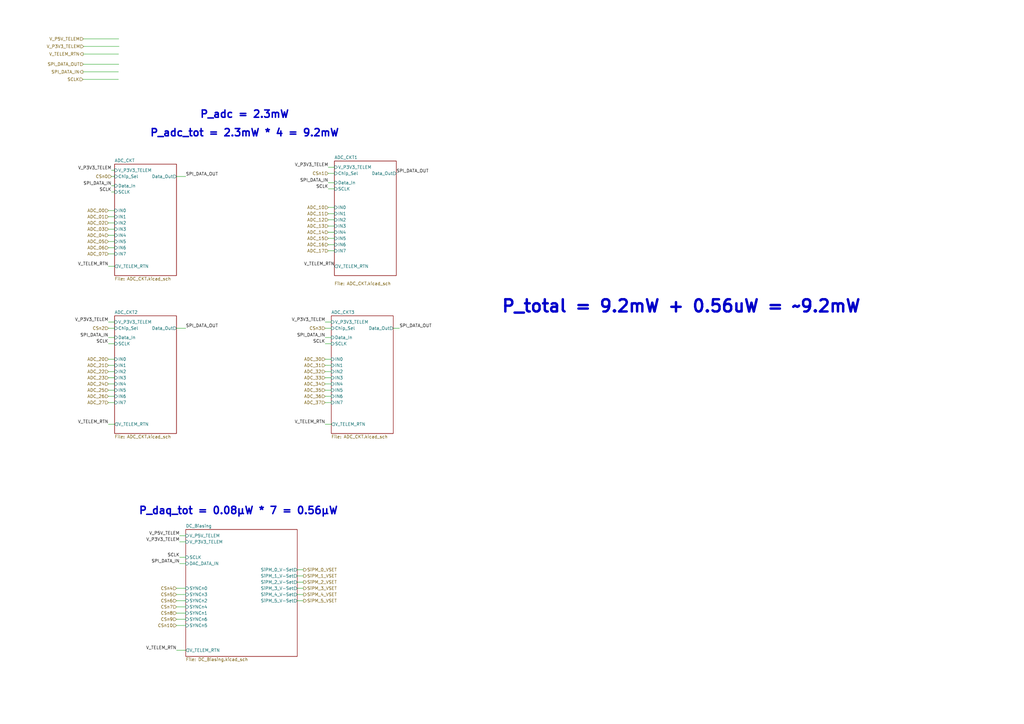
<source format=kicad_sch>
(kicad_sch
	(version 20250114)
	(generator "eeschema")
	(generator_version "9.0")
	(uuid "64f10b76-9bcc-4c67-ac4a-1c1ac43b778a")
	(paper "A3")
	(lib_symbols)
	(text "P_adc_tot = 2.3mW * 4 = 9.2mW"
		(exclude_from_sim no)
		(at 100.33 54.61 0)
		(effects
			(font
				(size 3 3)
				(thickness 0.6)
				(bold yes)
			)
		)
		(uuid "734ec32e-978c-480f-a10b-36ac46d1b11b")
	)
	(text "P_adc = 2.3mW"
		(exclude_from_sim no)
		(at 100.33 46.99 0)
		(effects
			(font
				(size 3 3)
				(thickness 0.6)
				(bold yes)
			)
		)
		(uuid "e150039a-1ba3-432c-9ecf-ba177cbce29c")
	)
	(text "P_total = 9.2mW + 0.56uW = ~9.2mW"
		(exclude_from_sim no)
		(at 279.4 125.73 0)
		(effects
			(font
				(size 5 5)
				(thickness 1)
				(bold yes)
			)
		)
		(uuid "f5c98b79-64e2-45bd-a624-5feb9b8834db")
	)
	(text "P_daq_tot = 0.08µW * 7 = 0.56µW"
		(exclude_from_sim no)
		(at 97.79 209.55 0)
		(effects
			(font
				(size 3 3)
				(thickness 0.6)
				(bold yes)
			)
		)
		(uuid "f7ac0e07-e9cd-4db1-ae0b-c826ca64d61e")
	)
	(wire
		(pts
			(xy 44.45 162.56) (xy 46.99 162.56)
		)
		(stroke
			(width 0)
			(type default)
		)
		(uuid "01e4db4d-4bed-42d2-8678-4b3fcd81f9f2")
	)
	(wire
		(pts
			(xy 73.66 231.14) (xy 76.2 231.14)
		)
		(stroke
			(width 0)
			(type default)
		)
		(uuid "07a96d9f-e8a5-4497-aaf4-567e3e79776f")
	)
	(wire
		(pts
			(xy 134.62 68.58) (xy 137.16 68.58)
		)
		(stroke
			(width 0)
			(type default)
		)
		(uuid "0abadf71-71f3-4a41-a756-85cee4c162fd")
	)
	(wire
		(pts
			(xy 44.45 93.98) (xy 46.99 93.98)
		)
		(stroke
			(width 0)
			(type default)
		)
		(uuid "0c84ec26-c136-40d2-883a-a77a66936186")
	)
	(wire
		(pts
			(xy 45.72 78.74) (xy 46.99 78.74)
		)
		(stroke
			(width 0)
			(type default)
		)
		(uuid "0cda86f8-62c2-43c2-8030-577c72db70f0")
	)
	(wire
		(pts
			(xy 44.45 165.1) (xy 46.99 165.1)
		)
		(stroke
			(width 0)
			(type default)
		)
		(uuid "16590fff-2d50-4b75-b308-c4ca03a58ebd")
	)
	(wire
		(pts
			(xy 72.39 134.62) (xy 76.2 134.62)
		)
		(stroke
			(width 0)
			(type default)
		)
		(uuid "1be038e4-445b-4756-ab5b-fd871140e0ec")
	)
	(wire
		(pts
			(xy 45.72 72.39) (xy 46.99 72.39)
		)
		(stroke
			(width 0)
			(type default)
		)
		(uuid "1e70c393-155f-4384-ab6e-d91ce537cfb0")
	)
	(wire
		(pts
			(xy 72.39 256.54) (xy 76.2 256.54)
		)
		(stroke
			(width 0)
			(type default)
		)
		(uuid "27f19dc3-0426-4a6e-bd59-cb409c729f58")
	)
	(wire
		(pts
			(xy 133.35 138.43) (xy 135.89 138.43)
		)
		(stroke
			(width 0)
			(type default)
		)
		(uuid "284b6583-8612-467c-8af4-378f8823d3ca")
	)
	(wire
		(pts
			(xy 44.45 147.32) (xy 46.99 147.32)
		)
		(stroke
			(width 0)
			(type default)
		)
		(uuid "2921c8d6-a71f-43fd-a746-54a9dc155c4b")
	)
	(wire
		(pts
			(xy 72.39 266.7) (xy 76.2 266.7)
		)
		(stroke
			(width 0)
			(type default)
		)
		(uuid "36b7bbab-6f64-4ad4-884b-58c01dee68b5")
	)
	(wire
		(pts
			(xy 44.45 152.4) (xy 46.99 152.4)
		)
		(stroke
			(width 0)
			(type default)
		)
		(uuid "3c51a1ac-cbc4-47a7-81d6-33995b9f19f6")
	)
	(wire
		(pts
			(xy 34.1925 15.9637) (xy 48.717 15.9637)
		)
		(stroke
			(width 0)
			(type default)
		)
		(uuid "3f855eb2-178b-4a8a-ad15-49f93cda2a3c")
	)
	(wire
		(pts
			(xy 72.39 246.38) (xy 76.2 246.38)
		)
		(stroke
			(width 0)
			(type default)
		)
		(uuid "408b9a4d-c6f0-4486-aca7-5bf8f8fdf5e5")
	)
	(wire
		(pts
			(xy 134.62 97.79) (xy 137.16 97.79)
		)
		(stroke
			(width 0)
			(type default)
		)
		(uuid "4119c3ae-94bc-4f85-96a3-6ecba3332376")
	)
	(wire
		(pts
			(xy 133.35 132.08) (xy 135.89 132.08)
		)
		(stroke
			(width 0)
			(type default)
		)
		(uuid "436c7474-23d2-4ecd-a004-9c6ea95b3ed7")
	)
	(wire
		(pts
			(xy 121.92 246.38) (xy 124.46 246.38)
		)
		(stroke
			(width 0)
			(type default)
		)
		(uuid "43c215b4-0084-4970-87e6-4918f70ec53c")
	)
	(wire
		(pts
			(xy 44.45 134.62) (xy 46.99 134.62)
		)
		(stroke
			(width 0)
			(type default)
		)
		(uuid "44d13086-589b-490b-ae30-8c4e56b4abce")
	)
	(wire
		(pts
			(xy 134.62 92.71) (xy 137.16 92.71)
		)
		(stroke
			(width 0)
			(type default)
		)
		(uuid "469dda0a-870b-403d-af0c-a3da8e08ab72")
	)
	(wire
		(pts
			(xy 44.45 86.36) (xy 46.99 86.36)
		)
		(stroke
			(width 0)
			(type default)
		)
		(uuid "4712967d-b9b0-4ec2-9218-494ff3e90e81")
	)
	(wire
		(pts
			(xy 121.92 233.68) (xy 124.46 233.68)
		)
		(stroke
			(width 0)
			(type default)
		)
		(uuid "47f399f8-0e5d-4f4a-bd6a-8d09e3d019ae")
	)
	(wire
		(pts
			(xy 121.92 243.84) (xy 124.46 243.84)
		)
		(stroke
			(width 0)
			(type default)
		)
		(uuid "4e362216-f6d0-400a-95d8-473f15188c1d")
	)
	(wire
		(pts
			(xy 134.62 71.12) (xy 137.16 71.12)
		)
		(stroke
			(width 0)
			(type default)
		)
		(uuid "4e70f246-7e72-4a6c-a2cf-c2a492295216")
	)
	(wire
		(pts
			(xy 73.66 219.71) (xy 76.2 219.71)
		)
		(stroke
			(width 0)
			(type default)
		)
		(uuid "5ba7c739-5eaa-4f4c-9d54-9ec0c35f6e79")
	)
	(wire
		(pts
			(xy 121.92 236.22) (xy 124.46 236.22)
		)
		(stroke
			(width 0)
			(type default)
		)
		(uuid "5c2dc962-db68-4f4c-a527-cf2af051d5d0")
	)
	(wire
		(pts
			(xy 34.0888 22.1701) (xy 48.645 22.1701)
		)
		(stroke
			(width 0)
			(type default)
		)
		(uuid "621e0e24-54dc-4bb8-9959-2b53b6a780b6")
	)
	(wire
		(pts
			(xy 44.45 140.97) (xy 46.99 140.97)
		)
		(stroke
			(width 0)
			(type default)
		)
		(uuid "68281443-ed1a-408e-a24b-0a060bf5768f")
	)
	(wire
		(pts
			(xy 134.62 95.25) (xy 137.16 95.25)
		)
		(stroke
			(width 0)
			(type default)
		)
		(uuid "697e42f8-724f-4602-8f62-f3a59c0c1f57")
	)
	(wire
		(pts
			(xy 44.45 91.44) (xy 46.99 91.44)
		)
		(stroke
			(width 0)
			(type default)
		)
		(uuid "6aeae13e-94ec-41fe-805c-97a741b36a5a")
	)
	(wire
		(pts
			(xy 121.92 241.3) (xy 124.46 241.3)
		)
		(stroke
			(width 0)
			(type default)
		)
		(uuid "6eb5d288-3805-455a-836e-7409a34d5c81")
	)
	(wire
		(pts
			(xy 45.72 69.85) (xy 46.99 69.85)
		)
		(stroke
			(width 0)
			(type default)
		)
		(uuid "716ec03b-3798-4011-84d2-799d2cc5dc38")
	)
	(wire
		(pts
			(xy 134.62 102.87) (xy 137.16 102.87)
		)
		(stroke
			(width 0)
			(type default)
		)
		(uuid "77c2ada2-b037-46b9-9772-ad86e3147c4a")
	)
	(wire
		(pts
			(xy 134.62 85.09) (xy 137.16 85.09)
		)
		(stroke
			(width 0)
			(type default)
		)
		(uuid "79c59618-c256-4911-adf2-f812f8ed51e7")
	)
	(wire
		(pts
			(xy 73.66 228.6) (xy 76.2 228.6)
		)
		(stroke
			(width 0)
			(type default)
		)
		(uuid "7b92baac-7df2-4327-8595-0943a664bb0a")
	)
	(wire
		(pts
			(xy 121.92 238.76) (xy 124.46 238.76)
		)
		(stroke
			(width 0)
			(type default)
		)
		(uuid "7d323d89-4e96-4698-b8e1-8b40eb9fb96d")
	)
	(wire
		(pts
			(xy 44.45 173.99) (xy 46.99 173.99)
		)
		(stroke
			(width 0)
			(type default)
		)
		(uuid "7e4889fd-f347-4cd7-8f8e-19f96070d553")
	)
	(wire
		(pts
			(xy 44.45 109.22) (xy 46.99 109.22)
		)
		(stroke
			(width 0)
			(type default)
		)
		(uuid "82ca2f3d-e640-4d68-9c8c-9dde9d2c806f")
	)
	(wire
		(pts
			(xy 133.35 154.94) (xy 135.89 154.94)
		)
		(stroke
			(width 0)
			(type default)
		)
		(uuid "84c9dfe9-6c3a-4756-ae12-9a785298dfdf")
	)
	(wire
		(pts
			(xy 44.45 138.43) (xy 46.99 138.43)
		)
		(stroke
			(width 0)
			(type default)
		)
		(uuid "8b6d990a-8a5b-40f0-bcd3-38cbf123e422")
	)
	(wire
		(pts
			(xy 134.62 77.47) (xy 137.16 77.47)
		)
		(stroke
			(width 0)
			(type default)
		)
		(uuid "918814ac-5af9-4114-928a-7eb064c1c2df")
	)
	(wire
		(pts
			(xy 44.45 160.02) (xy 46.99 160.02)
		)
		(stroke
			(width 0)
			(type default)
		)
		(uuid "9ae9acc9-0777-4c74-901d-18837e54fc28")
	)
	(wire
		(pts
			(xy 34.0264 29.4859) (xy 48.5826 29.4859)
		)
		(stroke
			(width 0)
			(type default)
		)
		(uuid "a4fd9322-f501-4095-aa5f-2e349f3218ae")
	)
	(wire
		(pts
			(xy 44.45 132.08) (xy 46.99 132.08)
		)
		(stroke
			(width 0)
			(type default)
		)
		(uuid "a7554deb-3aac-4cb6-9cd9-109a8155d5f8")
	)
	(wire
		(pts
			(xy 44.45 149.86) (xy 46.99 149.86)
		)
		(stroke
			(width 0)
			(type default)
		)
		(uuid "a77a20ea-f9cd-4382-b22f-295aabb33b41")
	)
	(wire
		(pts
			(xy 34.0264 32.5675) (xy 48.5826 32.5675)
		)
		(stroke
			(width 0)
			(type default)
		)
		(uuid "a9db7689-4a68-437f-a298-48a091a33a4e")
	)
	(wire
		(pts
			(xy 34.29 19.05) (xy 48.8462 19.05)
		)
		(stroke
			(width 0)
			(type default)
		)
		(uuid "b1a08e45-bb0f-41d4-8ecd-391b7058ce1b")
	)
	(wire
		(pts
			(xy 72.39 241.3) (xy 76.2 241.3)
		)
		(stroke
			(width 0)
			(type default)
		)
		(uuid "b1c246f9-81d0-40c8-8d2c-e67c6712edc4")
	)
	(wire
		(pts
			(xy 72.39 251.46) (xy 76.2 251.46)
		)
		(stroke
			(width 0)
			(type default)
		)
		(uuid "b815755a-c7ef-440b-bd42-8d92478ad5ff")
	)
	(wire
		(pts
			(xy 133.35 173.99) (xy 135.89 173.99)
		)
		(stroke
			(width 0)
			(type default)
		)
		(uuid "b822ec88-87c3-4241-a5f2-c8bcfa9af171")
	)
	(wire
		(pts
			(xy 45.72 76.2) (xy 46.99 76.2)
		)
		(stroke
			(width 0)
			(type default)
		)
		(uuid "b82416e4-675d-41ba-9ce5-e1fd19988faa")
	)
	(wire
		(pts
			(xy 34.1805 26.3273) (xy 48.7367 26.3273)
		)
		(stroke
			(width 0)
			(type default)
		)
		(uuid "b9e2953d-d2bb-4715-b2dc-7a0f4e763ce2")
	)
	(wire
		(pts
			(xy 44.45 157.48) (xy 46.99 157.48)
		)
		(stroke
			(width 0)
			(type default)
		)
		(uuid "bc02788b-ecde-4843-bf86-f5c8ef54120d")
	)
	(wire
		(pts
			(xy 72.39 248.92) (xy 76.2 248.92)
		)
		(stroke
			(width 0)
			(type default)
		)
		(uuid "bcda6c12-5e97-4646-88ba-84e5b7ab7df6")
	)
	(wire
		(pts
			(xy 133.35 165.1) (xy 135.89 165.1)
		)
		(stroke
			(width 0)
			(type default)
		)
		(uuid "c4ef1199-6c39-4146-bdef-853cf6ed0fd7")
	)
	(wire
		(pts
			(xy 44.45 96.52) (xy 46.99 96.52)
		)
		(stroke
			(width 0)
			(type default)
		)
		(uuid "c53d0b98-2474-4052-b912-5e431239cfa3")
	)
	(wire
		(pts
			(xy 72.39 72.39) (xy 76.2 72.39)
		)
		(stroke
			(width 0)
			(type default)
		)
		(uuid "c9d2d56a-5f69-4499-9864-1cd1ed02d700")
	)
	(wire
		(pts
			(xy 44.45 101.6) (xy 46.99 101.6)
		)
		(stroke
			(width 0)
			(type default)
		)
		(uuid "cbad6519-1f1b-418f-9689-d458b919e85c")
	)
	(wire
		(pts
			(xy 133.35 157.48) (xy 135.89 157.48)
		)
		(stroke
			(width 0)
			(type default)
		)
		(uuid "cd36ebc5-5cfa-468f-ae89-e0688a7fe1a3")
	)
	(wire
		(pts
			(xy 133.35 152.4) (xy 135.89 152.4)
		)
		(stroke
			(width 0)
			(type default)
		)
		(uuid "cd9fef0a-1820-47b0-8d60-b65d09590f45")
	)
	(wire
		(pts
			(xy 44.45 99.06) (xy 46.99 99.06)
		)
		(stroke
			(width 0)
			(type default)
		)
		(uuid "cf1d23a1-f0f5-451f-8209-578e38b6b955")
	)
	(wire
		(pts
			(xy 134.62 74.93) (xy 137.16 74.93)
		)
		(stroke
			(width 0)
			(type default)
		)
		(uuid "cf48016e-48c2-4a92-8824-fee9eda8bbcd")
	)
	(wire
		(pts
			(xy 72.39 243.84) (xy 76.2 243.84)
		)
		(stroke
			(width 0)
			(type default)
		)
		(uuid "d5e98b02-a83d-402f-8e5d-244996c9db69")
	)
	(wire
		(pts
			(xy 72.39 254) (xy 76.2 254)
		)
		(stroke
			(width 0)
			(type default)
		)
		(uuid "d88561e9-c7ef-4b81-8868-3b6bde0250d3")
	)
	(wire
		(pts
			(xy 133.35 140.97) (xy 135.89 140.97)
		)
		(stroke
			(width 0)
			(type default)
		)
		(uuid "d8bd1daa-42cd-4b8d-9e17-9aa2f5aa01ce")
	)
	(wire
		(pts
			(xy 134.62 90.17) (xy 137.16 90.17)
		)
		(stroke
			(width 0)
			(type default)
		)
		(uuid "dd97cb41-8ade-4c38-ab30-72ca784f75af")
	)
	(wire
		(pts
			(xy 133.35 147.32) (xy 135.89 147.32)
		)
		(stroke
			(width 0)
			(type default)
		)
		(uuid "decedaf8-abdb-4edb-aeb5-2c56062e8e3e")
	)
	(wire
		(pts
			(xy 44.45 88.9) (xy 46.99 88.9)
		)
		(stroke
			(width 0)
			(type default)
		)
		(uuid "df0ddda5-8245-4116-8c31-6019d507a3bd")
	)
	(wire
		(pts
			(xy 161.29 134.62) (xy 163.83 134.62)
		)
		(stroke
			(width 0)
			(type default)
		)
		(uuid "e2d2199b-ec5c-4d39-8ca7-2e49f1fdd3f2")
	)
	(wire
		(pts
			(xy 133.35 149.86) (xy 135.89 149.86)
		)
		(stroke
			(width 0)
			(type default)
		)
		(uuid "ebd9e626-a83b-4877-b71f-b0a4a20bd657")
	)
	(wire
		(pts
			(xy 133.35 162.56) (xy 135.89 162.56)
		)
		(stroke
			(width 0)
			(type default)
		)
		(uuid "ed1796d1-3606-43ab-bb89-8e1e905f016d")
	)
	(wire
		(pts
			(xy 133.35 160.02) (xy 135.89 160.02)
		)
		(stroke
			(width 0)
			(type default)
		)
		(uuid "eec69f57-7655-4dab-a181-d67a87435377")
	)
	(wire
		(pts
			(xy 133.35 134.62) (xy 135.89 134.62)
		)
		(stroke
			(width 0)
			(type default)
		)
		(uuid "f0589ed9-877f-4510-8dce-a8b3170e6c55")
	)
	(wire
		(pts
			(xy 134.62 87.63) (xy 137.16 87.63)
		)
		(stroke
			(width 0)
			(type default)
		)
		(uuid "fa469e75-0edf-4892-ac3e-782e32d6d1ce")
	)
	(wire
		(pts
			(xy 44.45 154.94) (xy 46.99 154.94)
		)
		(stroke
			(width 0)
			(type default)
		)
		(uuid "fd5eab4a-8955-4486-bbde-8919b9d8b9e4")
	)
	(wire
		(pts
			(xy 73.66 222.25) (xy 76.2 222.25)
		)
		(stroke
			(width 0)
			(type default)
		)
		(uuid "feaf64b3-0142-47a6-bb4b-90d963c8cc48")
	)
	(wire
		(pts
			(xy 134.62 100.33) (xy 137.16 100.33)
		)
		(stroke
			(width 0)
			(type default)
		)
		(uuid "feb10dd1-c662-4c5e-9f14-00fc5f8bf36d")
	)
	(wire
		(pts
			(xy 44.45 104.14) (xy 46.99 104.14)
		)
		(stroke
			(width 0)
			(type default)
		)
		(uuid "ffcaaa13-63bc-4099-ae1a-51c7fa278480")
	)
	(label "SPI_DATA_IN"
		(at 45.72 76.2 180)
		(effects
			(font
				(size 1.27 1.27)
			)
			(justify right bottom)
		)
		(uuid "00d791f2-1c2a-44e3-ac04-c17c63e4f607")
	)
	(label "SCLK"
		(at 45.72 78.74 180)
		(effects
			(font
				(size 1.27 1.27)
			)
			(justify right bottom)
		)
		(uuid "018c5ace-267d-41d4-a5a7-2ba3d0b0db23")
	)
	(label "SPI_DATA_OUT"
		(at 76.2 72.39 0)
		(effects
			(font
				(size 1.27 1.27)
			)
			(justify left bottom)
		)
		(uuid "0556c26d-612c-465f-916d-31a8f51bcbc7")
	)
	(label "SPI_DATA_OUT"
		(at 163.83 134.62 0)
		(effects
			(font
				(size 1.27 1.27)
			)
			(justify left bottom)
		)
		(uuid "18f948b6-f95a-49d4-8890-b829a8e86d1e")
	)
	(label "V_P3V3_TELEM"
		(at 45.72 69.85 180)
		(effects
			(font
				(size 1.27 1.27)
			)
			(justify right bottom)
		)
		(uuid "1a283480-e6bf-402e-ac49-13bfc567157c")
	)
	(label "SPI_DATA_OUT"
		(at 162.56 71.12 0)
		(effects
			(font
				(size 1.27 1.27)
			)
			(justify left bottom)
		)
		(uuid "2241af02-631c-4266-a42f-84b6c1fbdd69")
	)
	(label "V_TELEM_RTN"
		(at 133.35 173.99 180)
		(effects
			(font
				(size 1.27 1.27)
			)
			(justify right bottom)
		)
		(uuid "248dd864-d8e9-4871-8c3c-ababcc7f75bd")
	)
	(label "V_TELEM_RTN"
		(at 44.45 109.22 180)
		(effects
			(font
				(size 1.27 1.27)
			)
			(justify right bottom)
		)
		(uuid "32aeb696-14bf-4f27-8b19-116a56ff0a79")
	)
	(label "V_P3V3_TELEM"
		(at 73.66 222.25 180)
		(effects
			(font
				(size 1.27 1.27)
			)
			(justify right bottom)
		)
		(uuid "399b112c-9b4f-43f7-b408-bc4f43b94875")
	)
	(label "SCLK"
		(at 73.66 228.6 180)
		(effects
			(font
				(size 1.27 1.27)
			)
			(justify right bottom)
		)
		(uuid "3a4252dd-33f3-4dd1-a347-31c34bb78e4d")
	)
	(label "V_TELEM_RTN"
		(at 72.39 266.7 180)
		(effects
			(font
				(size 1.27 1.27)
			)
			(justify right bottom)
		)
		(uuid "4b5b2620-7f37-4e9d-a540-a2ff0df79181")
	)
	(label "SPI_DATA_IN"
		(at 44.45 138.43 180)
		(effects
			(font
				(size 1.27 1.27)
			)
			(justify right bottom)
		)
		(uuid "50b03f21-bc97-4945-8194-3bf485a222e3")
	)
	(label "V_P5V_TELEM"
		(at 73.66 219.71 180)
		(effects
			(font
				(size 1.27 1.27)
			)
			(justify right bottom)
		)
		(uuid "5226b0fa-3d32-4146-8138-c42059a976a1")
	)
	(label "SCLK"
		(at 134.62 77.47 180)
		(effects
			(font
				(size 1.27 1.27)
			)
			(justify right bottom)
		)
		(uuid "68f8b6be-c605-408d-96fa-5357b05231b9")
	)
	(label "V_P3V3_TELEM"
		(at 133.35 132.08 180)
		(effects
			(font
				(size 1.27 1.27)
			)
			(justify right bottom)
		)
		(uuid "824e8f0a-b24a-42d9-8652-570c2646eb6a")
	)
	(label "SCLK"
		(at 133.35 140.97 180)
		(effects
			(font
				(size 1.27 1.27)
			)
			(justify right bottom)
		)
		(uuid "82d50956-05cc-4b84-bc5a-658892471033")
	)
	(label "V_TELEM_RTN"
		(at 137.16 109.22 180)
		(effects
			(font
				(size 1.27 1.27)
			)
			(justify right bottom)
		)
		(uuid "89417653-eab2-4beb-a8f5-068f25322e9e")
	)
	(label "V_P3V3_TELEM"
		(at 134.62 68.58 180)
		(effects
			(font
				(size 1.27 1.27)
			)
			(justify right bottom)
		)
		(uuid "a0900c11-df06-40af-b9cd-42a4f6482a37")
	)
	(label "SPI_DATA_OUT"
		(at 76.2 134.62 0)
		(effects
			(font
				(size 1.27 1.27)
			)
			(justify left bottom)
		)
		(uuid "a89319bf-efd1-4231-b391-0064bc4e3173")
	)
	(label "V_TELEM_RTN"
		(at 44.45 173.99 180)
		(effects
			(font
				(size 1.27 1.27)
			)
			(justify right bottom)
		)
		(uuid "c1258667-b557-4326-9864-535a30cf2c7b")
	)
	(label "SPI_DATA_IN"
		(at 73.66 231.14 180)
		(effects
			(font
				(size 1.27 1.27)
			)
			(justify right bottom)
		)
		(uuid "c1e3d0e6-a7b2-446c-aa9d-c17cfc2f7eeb")
	)
	(label "V_P3V3_TELEM"
		(at 44.45 132.08 180)
		(effects
			(font
				(size 1.27 1.27)
			)
			(justify right bottom)
		)
		(uuid "c493e97e-703d-4e7c-8b1e-a89de1a3e1f7")
	)
	(label "SPI_DATA_IN"
		(at 134.62 74.93 180)
		(effects
			(font
				(size 1.27 1.27)
			)
			(justify right bottom)
		)
		(uuid "e7798eec-6125-4a2e-8efd-e148ddbffa09")
	)
	(label "SPI_DATA_IN"
		(at 133.35 138.43 180)
		(effects
			(font
				(size 1.27 1.27)
			)
			(justify right bottom)
		)
		(uuid "f849f2dc-4f73-4f59-b7e3-9731fb11140b")
	)
	(label "SCLK"
		(at 44.45 140.97 180)
		(effects
			(font
				(size 1.27 1.27)
			)
			(justify right bottom)
		)
		(uuid "fae9fef5-f85d-44f7-b266-4843d971be99")
	)
	(hierarchical_label "ADC_01"
		(shape input)
		(at 44.45 88.9 180)
		(effects
			(font
				(size 1.27 1.27)
			)
			(justify right)
		)
		(uuid "0120d2c7-1433-4e8f-88c9-ea0921190e7b")
	)
	(hierarchical_label "ADC_07"
		(shape input)
		(at 44.45 104.14 180)
		(effects
			(font
				(size 1.27 1.27)
			)
			(justify right)
		)
		(uuid "0231afd2-fe97-41a9-afcb-0c95ea985d58")
	)
	(hierarchical_label "SiPM_3_VSET"
		(shape output)
		(at 124.46 241.3 0)
		(effects
			(font
				(size 1.27 1.27)
			)
			(justify left)
		)
		(uuid "075085dc-6bf4-43d8-b2c8-c1ae80065499")
	)
	(hierarchical_label "ADC_21"
		(shape input)
		(at 44.45 149.86 180)
		(effects
			(font
				(size 1.27 1.27)
			)
			(justify right)
		)
		(uuid "07a22067-ddd9-4367-ab45-fe9549830d7e")
	)
	(hierarchical_label "ADC_35"
		(shape input)
		(at 133.35 160.02 180)
		(effects
			(font
				(size 1.27 1.27)
			)
			(justify right)
		)
		(uuid "0ca0e1d7-2bbe-40aa-aeb9-3c4aa4afaffa")
	)
	(hierarchical_label "CSn9"
		(shape input)
		(at 72.39 254 180)
		(effects
			(font
				(size 1.27 1.27)
			)
			(justify right)
		)
		(uuid "0d27d728-12b0-446a-8ae6-4ea725e09a14")
	)
	(hierarchical_label "ADC_03"
		(shape input)
		(at 44.45 93.98 180)
		(effects
			(font
				(size 1.27 1.27)
			)
			(justify right)
		)
		(uuid "1219ab34-c15e-409a-8245-26b41cae253d")
	)
	(hierarchical_label "ADC_17"
		(shape input)
		(at 134.62 102.87 180)
		(effects
			(font
				(size 1.27 1.27)
			)
			(justify right)
		)
		(uuid "12633a4e-6dbc-4038-b6fa-39ff3db23c9a")
	)
	(hierarchical_label "ADC_20"
		(shape input)
		(at 44.45 147.32 180)
		(effects
			(font
				(size 1.27 1.27)
			)
			(justify right)
		)
		(uuid "1f906082-22a0-4205-a748-406f023b7975")
	)
	(hierarchical_label "ADC_32"
		(shape input)
		(at 133.35 152.4 180)
		(effects
			(font
				(size 1.27 1.27)
			)
			(justify right)
		)
		(uuid "1ffbf7f4-3010-4501-803f-28eda95cb53d")
	)
	(hierarchical_label "SiPM_0_VSET"
		(shape output)
		(at 124.46 233.68 0)
		(effects
			(font
				(size 1.27 1.27)
			)
			(justify left)
		)
		(uuid "22835b85-a39f-452f-aef0-a33f6e0f61c1")
	)
	(hierarchical_label "ADC_10"
		(shape input)
		(at 134.62 85.09 180)
		(effects
			(font
				(size 1.27 1.27)
			)
			(justify right)
		)
		(uuid "22d920c7-3022-48d0-9644-4e463297cd21")
	)
	(hierarchical_label "V_TELEM_RTN"
		(shape output)
		(at 34.0888 22.1701 180)
		(effects
			(font
				(size 1.27 1.27)
			)
			(justify right)
		)
		(uuid "25e1ca94-5ea0-4e36-bb17-8236840e8c24")
	)
	(hierarchical_label "ADC_37"
		(shape input)
		(at 133.35 165.1 180)
		(effects
			(font
				(size 1.27 1.27)
			)
			(justify right)
		)
		(uuid "2b85526a-d9b4-46ae-9500-bf8b5d94182c")
	)
	(hierarchical_label "ADC_31"
		(shape input)
		(at 133.35 149.86 180)
		(effects
			(font
				(size 1.27 1.27)
			)
			(justify right)
		)
		(uuid "34804d2c-9cf9-4c08-bb22-cc01ea56f4d7")
	)
	(hierarchical_label "V_P5V_TELEM"
		(shape input)
		(at 34.1925 15.9637 180)
		(effects
			(font
				(size 1.27 1.27)
			)
			(justify right)
		)
		(uuid "3ab44d70-38d2-4eaa-b0ef-8a26f35c345c")
	)
	(hierarchical_label "SPI_DATA_OUT"
		(shape input)
		(at 34.1805 26.3273 180)
		(effects
			(font
				(size 1.27 1.27)
			)
			(justify right)
		)
		(uuid "3bf6899e-90ea-42c8-9c01-7a06a669d229")
	)
	(hierarchical_label "ADC_06"
		(shape input)
		(at 44.45 101.6 180)
		(effects
			(font
				(size 1.27 1.27)
			)
			(justify right)
		)
		(uuid "43e8e41a-9ff2-489e-acfb-b11793109d31")
	)
	(hierarchical_label "ADC_23"
		(shape input)
		(at 44.45 154.94 180)
		(effects
			(font
				(size 1.27 1.27)
			)
			(justify right)
		)
		(uuid "52e66e9e-4006-4a9d-8f33-d9db56acf964")
	)
	(hierarchical_label "ADC_30"
		(shape input)
		(at 133.35 147.32 180)
		(effects
			(font
				(size 1.27 1.27)
			)
			(justify right)
		)
		(uuid "546f3036-37b7-4348-991a-1a9b64d73440")
	)
	(hierarchical_label "ADC_11"
		(shape input)
		(at 134.62 87.63 180)
		(effects
			(font
				(size 1.27 1.27)
			)
			(justify right)
		)
		(uuid "59cacbba-7507-4e62-a87b-5fbb1c94c844")
	)
	(hierarchical_label "CSn7"
		(shape input)
		(at 72.39 248.92 180)
		(effects
			(font
				(size 1.27 1.27)
			)
			(justify right)
		)
		(uuid "6355cc19-9607-4e0c-af02-fcb108e4b7bd")
	)
	(hierarchical_label "ADC_15"
		(shape input)
		(at 134.62 97.79 180)
		(effects
			(font
				(size 1.27 1.27)
			)
			(justify right)
		)
		(uuid "64643052-4818-486f-9cf9-738ed0ec3080")
	)
	(hierarchical_label "ADC_26"
		(shape input)
		(at 44.45 162.56 180)
		(effects
			(font
				(size 1.27 1.27)
			)
			(justify right)
		)
		(uuid "6a6ff4e7-1316-4d7b-aace-701553cce060")
	)
	(hierarchical_label "ADC_04"
		(shape input)
		(at 44.45 96.52 180)
		(effects
			(font
				(size 1.27 1.27)
			)
			(justify right)
		)
		(uuid "6c555a28-ad21-47ea-a3e7-978115f0a6ac")
	)
	(hierarchical_label "SiPM_4_VSET"
		(shape output)
		(at 124.46 243.84 0)
		(effects
			(font
				(size 1.27 1.27)
			)
			(justify left)
		)
		(uuid "6c9a33e4-3043-4a5d-92b7-d92f9aa0267f")
	)
	(hierarchical_label "CSn4"
		(shape input)
		(at 72.39 241.3 180)
		(effects
			(font
				(size 1.27 1.27)
			)
			(justify right)
		)
		(uuid "746fa218-15e6-4f85-b40f-9b231e1154a5")
	)
	(hierarchical_label "ADC_02"
		(shape input)
		(at 44.45 91.44 180)
		(effects
			(font
				(size 1.27 1.27)
			)
			(justify right)
		)
		(uuid "78d48c5b-94eb-4292-a179-a2dbee1912f7")
	)
	(hierarchical_label "ADC_22"
		(shape input)
		(at 44.45 152.4 180)
		(effects
			(font
				(size 1.27 1.27)
			)
			(justify right)
		)
		(uuid "79eaaabf-6ae0-4180-8ba3-3e48dae5ee2a")
	)
	(hierarchical_label "SiPM_5_VSET"
		(shape output)
		(at 124.46 246.38 0)
		(effects
			(font
				(size 1.27 1.27)
			)
			(justify left)
		)
		(uuid "7c663dfb-3a1a-426d-8bcc-5e94f87eb33b")
	)
	(hierarchical_label "ADC_34"
		(shape input)
		(at 133.35 157.48 180)
		(effects
			(font
				(size 1.27 1.27)
			)
			(justify right)
		)
		(uuid "7d99360a-2555-4e35-86c7-73aeb07bd1fb")
	)
	(hierarchical_label "ADC_36"
		(shape input)
		(at 133.35 162.56 180)
		(effects
			(font
				(size 1.27 1.27)
			)
			(justify right)
		)
		(uuid "80f98a68-5aa4-473f-85ac-d660b7d491f9")
	)
	(hierarchical_label "V_P3V3_TELEM"
		(shape input)
		(at 34.29 19.05 180)
		(effects
			(font
				(size 1.27 1.27)
			)
			(justify right)
		)
		(uuid "97c74450-c29e-4113-8f1f-f46f3544a46c")
	)
	(hierarchical_label "SCLK"
		(shape input)
		(at 34.0264 32.5675 180)
		(effects
			(font
				(size 1.27 1.27)
			)
			(justify right)
		)
		(uuid "9ba55ec8-de46-4265-9682-73cdb3efae37")
	)
	(hierarchical_label "ADC_00"
		(shape input)
		(at 44.45 86.36 180)
		(effects
			(font
				(size 1.27 1.27)
			)
			(justify right)
		)
		(uuid "9d454505-c273-43f7-9ab2-495847b6eb8d")
	)
	(hierarchical_label "SiPM_1_VSET"
		(shape output)
		(at 124.46 236.22 0)
		(effects
			(font
				(size 1.27 1.27)
			)
			(justify left)
		)
		(uuid "a15badc2-4853-4209-ba1a-ee815235769b")
	)
	(hierarchical_label "ADC_25"
		(shape input)
		(at 44.45 160.02 180)
		(effects
			(font
				(size 1.27 1.27)
			)
			(justify right)
		)
		(uuid "a4a11268-1cd6-4a81-83d1-90cdd236010f")
	)
	(hierarchical_label "CSn3"
		(shape input)
		(at 133.35 134.62 180)
		(effects
			(font
				(size 1.27 1.27)
			)
			(justify right)
		)
		(uuid "a51d0990-94f9-4f73-9e9c-3e14e709cfc4")
	)
	(hierarchical_label "ADC_24"
		(shape input)
		(at 44.45 157.48 180)
		(effects
			(font
				(size 1.27 1.27)
			)
			(justify right)
		)
		(uuid "ac941c8e-9e52-4854-9a42-1842bfb2eed4")
	)
	(hierarchical_label "CSn5"
		(shape input)
		(at 72.39 243.84 180)
		(effects
			(font
				(size 1.27 1.27)
			)
			(justify right)
		)
		(uuid "ad7ce90a-3764-4694-97db-b6a6e44210b7")
	)
	(hierarchical_label "CSn8"
		(shape input)
		(at 72.39 251.46 180)
		(effects
			(font
				(size 1.27 1.27)
			)
			(justify right)
		)
		(uuid "b0d069c8-382a-4c91-adfa-1702f447d4dc")
	)
	(hierarchical_label "ADC_05"
		(shape input)
		(at 44.45 99.06 180)
		(effects
			(font
				(size 1.27 1.27)
			)
			(justify right)
		)
		(uuid "b292a1ec-9d27-4319-ab73-736d297e8aef")
	)
	(hierarchical_label "CSn0"
		(shape input)
		(at 45.72 72.39 180)
		(effects
			(font
				(size 1.27 1.27)
			)
			(justify right)
		)
		(uuid "c9968063-34a2-4531-bb52-155a08e114a4")
	)
	(hierarchical_label "SPI_DATA_IN"
		(shape output)
		(at 34.0264 29.4859 180)
		(effects
			(font
				(size 1.27 1.27)
			)
			(justify right)
		)
		(uuid "ca0c35bd-ce4e-497b-bdd0-a72dc1b0138b")
	)
	(hierarchical_label "CSn2"
		(shape input)
		(at 44.45 134.62 180)
		(effects
			(font
				(size 1.27 1.27)
			)
			(justify right)
		)
		(uuid "d14eaee2-9185-4785-a74d-66bd954ca5e0")
	)
	(hierarchical_label "SiPM_2_VSET"
		(shape output)
		(at 124.46 238.76 0)
		(effects
			(font
				(size 1.27 1.27)
			)
			(justify left)
		)
		(uuid "d3d6ae8e-d7ca-4f17-98dd-552e2a8c74c4")
	)
	(hierarchical_label "CSn10"
		(shape input)
		(at 72.39 256.54 180)
		(effects
			(font
				(size 1.27 1.27)
			)
			(justify right)
		)
		(uuid "dc3b8892-ffdb-4a6a-a9a2-2d438a75d425")
	)
	(hierarchical_label "ADC_14"
		(shape input)
		(at 134.62 95.25 180)
		(effects
			(font
				(size 1.27 1.27)
			)
			(justify right)
		)
		(uuid "df95ca5f-05e0-4c22-803b-64eb84e9b21b")
	)
	(hierarchical_label "ADC_33"
		(shape input)
		(at 133.35 154.94 180)
		(effects
			(font
				(size 1.27 1.27)
			)
			(justify right)
		)
		(uuid "df9a81fb-b68e-4c91-b9fe-049f0d69b325")
	)
	(hierarchical_label "ADC_16"
		(shape input)
		(at 134.62 100.33 180)
		(effects
			(font
				(size 1.27 1.27)
			)
			(justify right)
		)
		(uuid "e2f075fd-d9ba-4405-8660-d5f572bdfc23")
	)
	(hierarchical_label "ADC_27"
		(shape input)
		(at 44.45 165.1 180)
		(effects
			(font
				(size 1.27 1.27)
			)
			(justify right)
		)
		(uuid "e529fb3b-cb68-4372-b8d9-7dcdecd61f3d")
	)
	(hierarchical_label "ADC_13"
		(shape input)
		(at 134.62 92.71 180)
		(effects
			(font
				(size 1.27 1.27)
			)
			(justify right)
		)
		(uuid "e8ba9b8b-2c93-4a67-983b-1f3baffebd76")
	)
	(hierarchical_label "CSn1"
		(shape input)
		(at 134.62 71.12 180)
		(effects
			(font
				(size 1.27 1.27)
			)
			(justify right)
		)
		(uuid "ed75e1c0-b732-4744-8b1d-f4ce19b2d828")
	)
	(hierarchical_label "ADC_12"
		(shape input)
		(at 134.62 90.17 180)
		(effects
			(font
				(size 1.27 1.27)
			)
			(justify right)
		)
		(uuid "f5205d92-2892-41dc-a10d-5f58240fd74d")
	)
	(hierarchical_label "CSn6"
		(shape input)
		(at 72.39 246.38 180)
		(effects
			(font
				(size 1.27 1.27)
			)
			(justify right)
		)
		(uuid "fea2266f-d71b-4daa-85cf-6ab7861fe3d7")
	)
	(sheet
		(at 76.2 217.17)
		(size 45.72 52.07)
		(exclude_from_sim no)
		(in_bom yes)
		(on_board yes)
		(dnp no)
		(fields_autoplaced yes)
		(stroke
			(width 0.1524)
			(type solid)
		)
		(fill
			(color 0 0 0 0.0000)
		)
		(uuid "24b2ce56-ce27-45f6-8512-ad9a0a8ea456")
		(property "Sheetname" "DC_Biasing"
			(at 76.2 216.4584 0)
			(effects
				(font
					(size 1.27 1.27)
				)
				(justify left bottom)
			)
		)
		(property "Sheetfile" "DC_Biasing.kicad_sch"
			(at 76.2 269.736 0)
			(effects
				(font
					(size 1.27 1.27)
				)
				(justify left top)
			)
		)
		(pin "SCLK" input
			(at 76.2 228.6 180)
			(uuid "9127733f-56f4-41fb-9352-ef8a005bf0ae")
			(effects
				(font
					(size 1.27 1.27)
				)
				(justify left)
			)
		)
		(pin "V_TELEM_RTN" output
			(at 76.2 266.7 180)
			(uuid "2dbf28d1-ffd2-46d1-ac89-ce176782fabd")
			(effects
				(font
					(size 1.27 1.27)
				)
				(justify left)
			)
		)
		(pin "V_P5V_TELEM" input
			(at 76.2 219.71 180)
			(uuid "9cb6e0e5-9a42-4fab-ba87-c168aa3314d5")
			(effects
				(font
					(size 1.27 1.27)
				)
				(justify left)
			)
		)
		(pin "V_P3V3_TELEM" input
			(at 76.2 222.25 180)
			(uuid "a08081d8-31af-4806-ac27-c567d9289890")
			(effects
				(font
					(size 1.27 1.27)
				)
				(justify left)
			)
		)
		(pin "DAC_DATA_IN" input
			(at 76.2 231.14 180)
			(uuid "816e0a5e-8164-4bf1-a749-7089c0f6557b")
			(effects
				(font
					(size 1.27 1.27)
				)
				(justify left)
			)
		)
		(pin "SiPM_4_V-Set" output
			(at 121.92 243.84 0)
			(uuid "2628b4bc-b6fe-4a4f-a191-eecec5a59fc6")
			(effects
				(font
					(size 1.27 1.27)
				)
				(justify right)
			)
		)
		(pin "SiPM_5_V-Set" output
			(at 121.92 246.38 0)
			(uuid "4e610735-ee1b-47e6-ac18-8039e67f673f")
			(effects
				(font
					(size 1.27 1.27)
				)
				(justify right)
			)
		)
		(pin "SiPM_0_V-Set" output
			(at 121.92 233.68 0)
			(uuid "f8210471-a5da-42d8-be6b-4ee36cbe0de3")
			(effects
				(font
					(size 1.27 1.27)
				)
				(justify right)
			)
		)
		(pin "SiPM_1_V-Set" output
			(at 121.92 236.22 0)
			(uuid "46c6bb6a-ac43-4f8d-8283-2319fcd03dd4")
			(effects
				(font
					(size 1.27 1.27)
				)
				(justify right)
			)
		)
		(pin "SiPM_2_V-Set" output
			(at 121.92 238.76 0)
			(uuid "2c2a7608-cbe2-449b-aa2f-38b8ac1daf79")
			(effects
				(font
					(size 1.27 1.27)
				)
				(justify right)
			)
		)
		(pin "SiPM_3_V-Set" output
			(at 121.92 241.3 0)
			(uuid "809e5267-0d07-49fd-8f61-28d1bd75cabd")
			(effects
				(font
					(size 1.27 1.27)
				)
				(justify right)
			)
		)
		(pin "SYNCn0" input
			(at 76.2 241.3 180)
			(uuid "9fad431c-c450-47cf-bf84-dd5947871205")
			(effects
				(font
					(size 1.27 1.27)
				)
				(justify left)
			)
		)
		(pin "SYNCn3" input
			(at 76.2 243.84 180)
			(uuid "9df416d0-2bf4-4b3d-b39d-b6c32d2eb5ef")
			(effects
				(font
					(size 1.27 1.27)
				)
				(justify left)
			)
		)
		(pin "SYNCn2" input
			(at 76.2 246.38 180)
			(uuid "ae7050e8-ae5b-4213-a634-9c6936735eef")
			(effects
				(font
					(size 1.27 1.27)
				)
				(justify left)
			)
		)
		(pin "SYNCn4" input
			(at 76.2 248.92 180)
			(uuid "4c5dc568-5bec-46bc-b6b6-8658b191716f")
			(effects
				(font
					(size 1.27 1.27)
				)
				(justify left)
			)
		)
		(pin "SYNCn1" input
			(at 76.2 251.46 180)
			(uuid "89da3326-a53e-4329-b748-cdaf4302b9d5")
			(effects
				(font
					(size 1.27 1.27)
				)
				(justify left)
			)
		)
		(pin "SYNCn6" input
			(at 76.2 254 180)
			(uuid "333653c4-c780-46f2-b1f2-c1795b26a436")
			(effects
				(font
					(size 1.27 1.27)
				)
				(justify left)
			)
		)
		(pin "SYNCn5" input
			(at 76.2 256.54 180)
			(uuid "2e1e6e30-ad71-4ba0-8268-4a510cfbb4fc")
			(effects
				(font
					(size 1.27 1.27)
				)
				(justify left)
			)
		)
		(instances
			(project "14_COMMS_TELEM"
				(path "/b7b038d0-dec0-4686-9ec5-5c1fa7f24a6d/c1313561-0867-4d5d-9c8e-7472262f2465"
					(page "6")
				)
			)
		)
	)
	(sheet
		(at 46.99 67.31)
		(size 25.4 45.72)
		(exclude_from_sim no)
		(in_bom yes)
		(on_board yes)
		(dnp no)
		(fields_autoplaced yes)
		(stroke
			(width 0.1524)
			(type solid)
		)
		(fill
			(color 0 0 0 0.0000)
		)
		(uuid "476d2df9-79b5-4a4b-b8a8-95c021b98e32")
		(property "Sheetname" "ADC_CKT"
			(at 46.99 66.5984 0)
			(effects
				(font
					(size 1.27 1.27)
				)
				(justify left bottom)
			)
		)
		(property "Sheetfile" "ADC_CKT.kicad_sch"
			(at 46.99 113.6146 0)
			(effects
				(font
					(size 1.27 1.27)
				)
				(justify left top)
			)
		)
		(pin "V_P3V3_TELEM" input
			(at 46.99 69.85 180)
			(uuid "0320d949-5821-4da2-b874-7c8b49d00bf2")
			(effects
				(font
					(size 1.27 1.27)
				)
				(justify left)
			)
		)
		(pin "IN2" input
			(at 46.99 91.44 180)
			(uuid "a1f79afd-6adf-42bc-8dcb-855aa63c5f9d")
			(effects
				(font
					(size 1.27 1.27)
				)
				(justify left)
			)
		)
		(pin "Chip_Sel" input
			(at 46.99 72.39 180)
			(uuid "74791591-ee26-4e17-9141-2c87c30ed38d")
			(effects
				(font
					(size 1.27 1.27)
				)
				(justify left)
			)
		)
		(pin "IN0" input
			(at 46.99 86.36 180)
			(uuid "eed68dd7-5fd7-4193-86b5-31bc49278ba4")
			(effects
				(font
					(size 1.27 1.27)
				)
				(justify left)
			)
		)
		(pin "IN1" input
			(at 46.99 88.9 180)
			(uuid "6ad30536-87d6-4b26-9629-e9f2cd458ede")
			(effects
				(font
					(size 1.27 1.27)
				)
				(justify left)
			)
		)
		(pin "IN4" input
			(at 46.99 96.52 180)
			(uuid "b01c772a-f397-40f5-bca0-d9d137dc9c9a")
			(effects
				(font
					(size 1.27 1.27)
				)
				(justify left)
			)
		)
		(pin "IN5" input
			(at 46.99 99.06 180)
			(uuid "539b335a-9830-4242-aa5f-d8b1e38e8e3f")
			(effects
				(font
					(size 1.27 1.27)
				)
				(justify left)
			)
		)
		(pin "IN6" input
			(at 46.99 101.6 180)
			(uuid "c4d11b49-14eb-46f4-bedb-b5950d1285a0")
			(effects
				(font
					(size 1.27 1.27)
				)
				(justify left)
			)
		)
		(pin "IN7" input
			(at 46.99 104.14 180)
			(uuid "a9b46d65-289e-482f-9e55-e1ae804ad2e1")
			(effects
				(font
					(size 1.27 1.27)
				)
				(justify left)
			)
		)
		(pin "IN3" input
			(at 46.99 93.98 180)
			(uuid "87138236-541e-4267-b6fd-593f563c6178")
			(effects
				(font
					(size 1.27 1.27)
				)
				(justify left)
			)
		)
		(pin "Data_In" input
			(at 46.99 76.2 180)
			(uuid "eac68d9e-7b93-4ab4-91fc-f508aef72f63")
			(effects
				(font
					(size 1.27 1.27)
				)
				(justify left)
			)
		)
		(pin "SCLK" input
			(at 46.99 78.74 180)
			(uuid "56a9aa02-87de-4c53-b1dd-cc496b3ec152")
			(effects
				(font
					(size 1.27 1.27)
				)
				(justify left)
			)
		)
		(pin "Data_Out" output
			(at 72.39 72.39 0)
			(uuid "001e9f7b-28fc-47db-854b-a92271962352")
			(effects
				(font
					(size 1.27 1.27)
				)
				(justify right)
			)
		)
		(pin "V_TELEM_RTN" output
			(at 46.99 109.22 180)
			(uuid "7432b3e9-71b2-46cb-b0fc-2ab7e276d531")
			(effects
				(font
					(size 1.27 1.27)
				)
				(justify left)
			)
		)
		(instances
			(project "14_COMMS_TELEM"
				(path "/b7b038d0-dec0-4686-9ec5-5c1fa7f24a6d/c1313561-0867-4d5d-9c8e-7472262f2465"
					(page "4")
				)
			)
		)
	)
	(sheet
		(at 137.16 66.04)
		(size 25.4 46.99)
		(exclude_from_sim no)
		(in_bom yes)
		(on_board yes)
		(dnp no)
		(stroke
			(width 0.1524)
			(type solid)
		)
		(fill
			(color 0 0 0 0.0000)
		)
		(uuid "7dc16fce-a15f-4ed8-a728-187f364291d7")
		(property "Sheetname" "ADC_CKT1"
			(at 137.16 65.3284 0)
			(effects
				(font
					(size 1.27 1.27)
				)
				(justify left bottom)
			)
		)
		(property "Sheetfile" "ADC_CKT.kicad_sch"
			(at 137.16 115.57 0)
			(effects
				(font
					(size 1.27 1.27)
				)
				(justify left top)
			)
		)
		(pin "V_P3V3_TELEM" input
			(at 137.16 68.58 180)
			(uuid "771da7d4-0f6e-4967-b55a-2392c16d8a03")
			(effects
				(font
					(size 1.27 1.27)
				)
				(justify left)
			)
		)
		(pin "IN2" input
			(at 137.16 90.17 180)
			(uuid "d91175c3-d476-48ba-92de-f0f5f00f3c89")
			(effects
				(font
					(size 1.27 1.27)
				)
				(justify left)
			)
		)
		(pin "Chip_Sel" input
			(at 137.16 71.12 180)
			(uuid "435fc0f6-8736-4e00-b8c6-fc6f7e810de0")
			(effects
				(font
					(size 1.27 1.27)
				)
				(justify left)
			)
		)
		(pin "IN0" input
			(at 137.16 85.09 180)
			(uuid "17fc71a8-07cb-468d-b335-feeca90fa1fd")
			(effects
				(font
					(size 1.27 1.27)
				)
				(justify left)
			)
		)
		(pin "IN1" input
			(at 137.16 87.63 180)
			(uuid "a72057c8-9a7f-46ee-abab-6ee77009cff8")
			(effects
				(font
					(size 1.27 1.27)
				)
				(justify left)
			)
		)
		(pin "IN4" input
			(at 137.16 95.25 180)
			(uuid "253ff020-66d4-44db-a9a8-ae839521b2dd")
			(effects
				(font
					(size 1.27 1.27)
				)
				(justify left)
			)
		)
		(pin "IN5" input
			(at 137.16 97.79 180)
			(uuid "04ecc3ba-2488-4411-9370-a405ff716ac9")
			(effects
				(font
					(size 1.27 1.27)
				)
				(justify left)
			)
		)
		(pin "IN6" input
			(at 137.16 100.33 180)
			(uuid "894b3c08-f82a-4f98-a55a-6d4cc1793e46")
			(effects
				(font
					(size 1.27 1.27)
				)
				(justify left)
			)
		)
		(pin "IN7" input
			(at 137.16 102.87 180)
			(uuid "724ffd21-216b-4df3-974e-146b04d967b3")
			(effects
				(font
					(size 1.27 1.27)
				)
				(justify left)
			)
		)
		(pin "IN3" input
			(at 137.16 92.71 180)
			(uuid "f8bc64d8-458f-47dd-985d-b61499c26991")
			(effects
				(font
					(size 1.27 1.27)
				)
				(justify left)
			)
		)
		(pin "Data_In" input
			(at 137.16 74.93 180)
			(uuid "64c1f90b-f919-45a8-bef7-9897db0b3c3f")
			(effects
				(font
					(size 1.27 1.27)
				)
				(justify left)
			)
		)
		(pin "SCLK" input
			(at 137.16 77.47 180)
			(uuid "665ddaf6-dfb9-44ac-ad2f-41ad727a4703")
			(effects
				(font
					(size 1.27 1.27)
				)
				(justify left)
			)
		)
		(pin "Data_Out" output
			(at 162.56 71.12 0)
			(uuid "b86c60ac-fb45-4551-8820-8addaa41f541")
			(effects
				(font
					(size 1.27 1.27)
				)
				(justify right)
			)
		)
		(pin "V_TELEM_RTN" output
			(at 137.16 109.22 180)
			(uuid "f393fc53-e7fe-4e35-abf9-03050d263d6f")
			(effects
				(font
					(size 1.27 1.27)
				)
				(justify left)
			)
		)
		(instances
			(project "14_COMMS_TELEM"
				(path "/b7b038d0-dec0-4686-9ec5-5c1fa7f24a6d/c1313561-0867-4d5d-9c8e-7472262f2465"
					(page "5")
				)
			)
		)
	)
	(sheet
		(at 135.89 129.54)
		(size 25.4 48.26)
		(exclude_from_sim no)
		(in_bom yes)
		(on_board yes)
		(dnp no)
		(fields_autoplaced yes)
		(stroke
			(width 0.1524)
			(type solid)
		)
		(fill
			(color 0 0 0 0.0000)
		)
		(uuid "94919370-4a38-48ac-91ee-915eba29e174")
		(property "Sheetname" "ADC_CKT3"
			(at 135.89 128.8284 0)
			(effects
				(font
					(size 1.27 1.27)
				)
				(justify left bottom)
			)
		)
		(property "Sheetfile" "ADC_CKT.kicad_sch"
			(at 135.89 178.3846 0)
			(effects
				(font
					(size 1.27 1.27)
				)
				(justify left top)
			)
		)
		(pin "V_P3V3_TELEM" input
			(at 135.89 132.08 180)
			(uuid "18d002f3-4e61-4ea4-ab47-9d0aebab3ed6")
			(effects
				(font
					(size 1.27 1.27)
				)
				(justify left)
			)
		)
		(pin "IN2" input
			(at 135.89 152.4 180)
			(uuid "f32fdef4-f33f-4c39-99f7-ea1114ea2f04")
			(effects
				(font
					(size 1.27 1.27)
				)
				(justify left)
			)
		)
		(pin "Chip_Sel" input
			(at 135.89 134.62 180)
			(uuid "bed36e9c-ebd4-4a1b-b593-4ee0d8d30273")
			(effects
				(font
					(size 1.27 1.27)
				)
				(justify left)
			)
		)
		(pin "IN0" input
			(at 135.89 147.32 180)
			(uuid "11e24319-41c7-4fa9-b4c9-88494263b907")
			(effects
				(font
					(size 1.27 1.27)
				)
				(justify left)
			)
		)
		(pin "IN1" input
			(at 135.89 149.86 180)
			(uuid "db457172-34cf-4d8a-912c-2d923858c7d9")
			(effects
				(font
					(size 1.27 1.27)
				)
				(justify left)
			)
		)
		(pin "IN4" input
			(at 135.89 157.48 180)
			(uuid "45c557bf-76c8-44bd-a9d8-13d0fdadbd32")
			(effects
				(font
					(size 1.27 1.27)
				)
				(justify left)
			)
		)
		(pin "IN5" input
			(at 135.89 160.02 180)
			(uuid "cb31c698-b60c-4e80-bd04-e8dd6a65b9cc")
			(effects
				(font
					(size 1.27 1.27)
				)
				(justify left)
			)
		)
		(pin "IN6" input
			(at 135.89 162.56 180)
			(uuid "d3bc0df2-4b2d-490c-8f18-b2217b9fbb4f")
			(effects
				(font
					(size 1.27 1.27)
				)
				(justify left)
			)
		)
		(pin "IN7" input
			(at 135.89 165.1 180)
			(uuid "30bc6ce1-d444-441f-9a40-6e3d19bafb0e")
			(effects
				(font
					(size 1.27 1.27)
				)
				(justify left)
			)
		)
		(pin "IN3" input
			(at 135.89 154.94 180)
			(uuid "2bc4a6c6-4002-4149-9ced-83f29c3a5527")
			(effects
				(font
					(size 1.27 1.27)
				)
				(justify left)
			)
		)
		(pin "Data_In" input
			(at 135.89 138.43 180)
			(uuid "98f4c683-9f95-4d29-92fb-9121fe697ad1")
			(effects
				(font
					(size 1.27 1.27)
				)
				(justify left)
			)
		)
		(pin "SCLK" input
			(at 135.89 140.97 180)
			(uuid "79a52d51-0ba7-46db-936a-887eec6e60dc")
			(effects
				(font
					(size 1.27 1.27)
				)
				(justify left)
			)
		)
		(pin "Data_Out" output
			(at 161.29 134.62 0)
			(uuid "ffb0a3e3-f85e-49f3-a6f0-df2289bac875")
			(effects
				(font
					(size 1.27 1.27)
				)
				(justify right)
			)
		)
		(pin "V_TELEM_RTN" output
			(at 135.89 173.99 180)
			(uuid "a456ace9-76cd-4ff7-bbd5-9c6b433a2d66")
			(effects
				(font
					(size 1.27 1.27)
				)
				(justify left)
			)
		)
		(instances
			(project "14_COMMS_TELEM"
				(path "/b7b038d0-dec0-4686-9ec5-5c1fa7f24a6d/c1313561-0867-4d5d-9c8e-7472262f2465"
					(page "15")
				)
			)
		)
	)
	(sheet
		(at 46.99 129.54)
		(size 25.4 48.26)
		(exclude_from_sim no)
		(in_bom yes)
		(on_board yes)
		(dnp no)
		(fields_autoplaced yes)
		(stroke
			(width 0.1524)
			(type solid)
		)
		(fill
			(color 0 0 0 0.0000)
		)
		(uuid "df6ebd9b-e33e-4a2d-a6b1-e069083cb53e")
		(property "Sheetname" "ADC_CKT2"
			(at 46.99 128.8284 0)
			(effects
				(font
					(size 1.27 1.27)
				)
				(justify left bottom)
			)
		)
		(property "Sheetfile" "ADC_CKT.kicad_sch"
			(at 46.99 178.3846 0)
			(effects
				(font
					(size 1.27 1.27)
				)
				(justify left top)
			)
		)
		(pin "V_P3V3_TELEM" input
			(at 46.99 132.08 180)
			(uuid "b7201974-dc78-4954-a83b-c615abca7293")
			(effects
				(font
					(size 1.27 1.27)
				)
				(justify left)
			)
		)
		(pin "IN2" input
			(at 46.99 152.4 180)
			(uuid "cb9c3129-e213-4340-a71b-208d417e390b")
			(effects
				(font
					(size 1.27 1.27)
				)
				(justify left)
			)
		)
		(pin "Chip_Sel" input
			(at 46.99 134.62 180)
			(uuid "add888e4-14ba-4b5a-91ee-855adf1225fb")
			(effects
				(font
					(size 1.27 1.27)
				)
				(justify left)
			)
		)
		(pin "IN0" input
			(at 46.99 147.32 180)
			(uuid "174c446d-50d8-4f40-82d7-990aa96534ea")
			(effects
				(font
					(size 1.27 1.27)
				)
				(justify left)
			)
		)
		(pin "IN1" input
			(at 46.99 149.86 180)
			(uuid "3e01ee0e-93f4-4578-b669-14e20ae66176")
			(effects
				(font
					(size 1.27 1.27)
				)
				(justify left)
			)
		)
		(pin "IN4" input
			(at 46.99 157.48 180)
			(uuid "fa8bd425-637b-4248-91f3-f9586a618403")
			(effects
				(font
					(size 1.27 1.27)
				)
				(justify left)
			)
		)
		(pin "IN5" input
			(at 46.99 160.02 180)
			(uuid "36352fc7-c0e5-4ba4-b111-2faed0f0bbbb")
			(effects
				(font
					(size 1.27 1.27)
				)
				(justify left)
			)
		)
		(pin "IN6" input
			(at 46.99 162.56 180)
			(uuid "9eb6103b-cb52-4dc8-b9fc-20bb4d260704")
			(effects
				(font
					(size 1.27 1.27)
				)
				(justify left)
			)
		)
		(pin "IN7" input
			(at 46.99 165.1 180)
			(uuid "cff765b2-15da-4fec-9922-aec57b319d2b")
			(effects
				(font
					(size 1.27 1.27)
				)
				(justify left)
			)
		)
		(pin "IN3" input
			(at 46.99 154.94 180)
			(uuid "f03fee62-01c9-432c-993c-099a37fda02b")
			(effects
				(font
					(size 1.27 1.27)
				)
				(justify left)
			)
		)
		(pin "Data_In" input
			(at 46.99 138.43 180)
			(uuid "c35c2080-3f9e-4f1c-b742-dc81d1bcd25d")
			(effects
				(font
					(size 1.27 1.27)
				)
				(justify left)
			)
		)
		(pin "SCLK" input
			(at 46.99 140.97 180)
			(uuid "8ebc56e1-95a6-4bf4-b531-90be5cc0b80b")
			(effects
				(font
					(size 1.27 1.27)
				)
				(justify left)
			)
		)
		(pin "Data_Out" output
			(at 72.39 134.62 0)
			(uuid "bbef5f96-d7de-4f20-8b48-459d96c6b90a")
			(effects
				(font
					(size 1.27 1.27)
				)
				(justify right)
			)
		)
		(pin "V_TELEM_RTN" output
			(at 46.99 173.99 180)
			(uuid "216f6529-6cea-42e3-9381-5cd03ba1b85b")
			(effects
				(font
					(size 1.27 1.27)
				)
				(justify left)
			)
		)
		(instances
			(project "14_COMMS_TELEM"
				(path "/b7b038d0-dec0-4686-9ec5-5c1fa7f24a6d/c1313561-0867-4d5d-9c8e-7472262f2465"
					(page "14")
				)
			)
		)
	)
)

</source>
